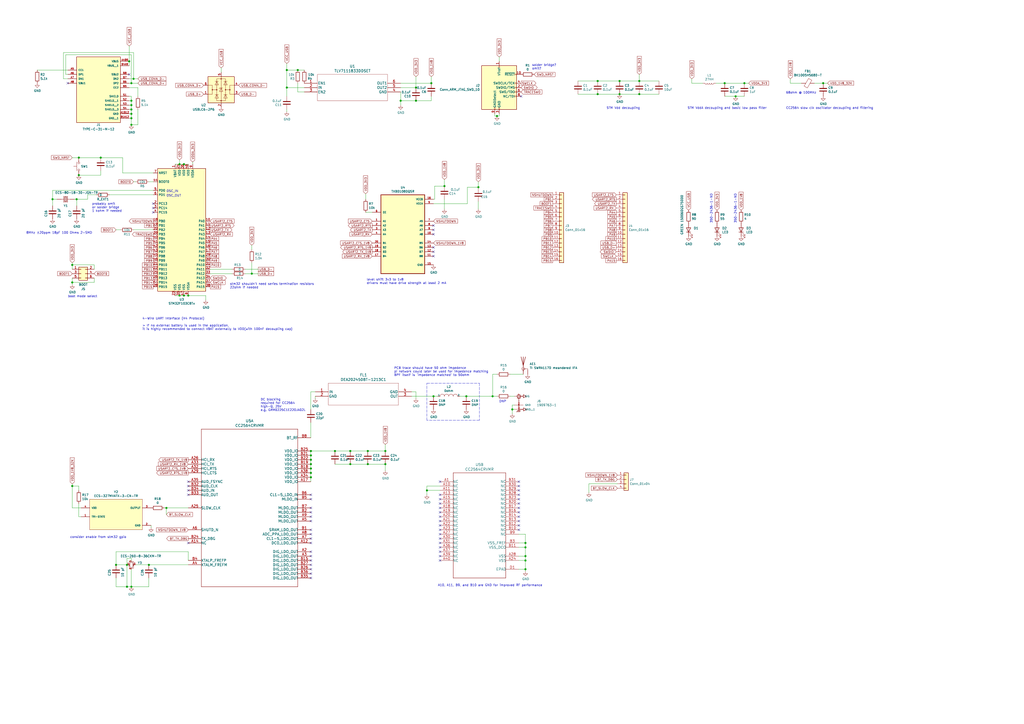
<source format=kicad_sch>
(kicad_sch (version 20201015) (generator eeschema)
  (paper "A2")
  (junction (at 30.48 115.57) (diameter 1.016))
  (junction (at 41.91 153.67) (diameter 1.016))
  (junction (at 41.91 163.83) (diameter 1.016))
  (junction (at 41.91 281.94) (diameter 1.016))
  (junction (at 44.45 115.57) (diameter 1.016))
  (junction (at 45.72 91.44) (diameter 1.016))
  (junction (at 45.72 101.6) (diameter 1.016))
  (junction (at 58.42 91.44) (diameter 1.016))
  (junction (at 67.31 327.66) (diameter 1.016))
  (junction (at 73.66 327.66) (diameter 1.016))
  (junction (at 73.66 340.36) (diameter 1.016))
  (junction (at 74.93 35.56) (diameter 1.016))
  (junction (at 76.2 48.26) (diameter 1.016))
  (junction (at 76.2 58.42) (diameter 1.016))
  (junction (at 76.2 60.96) (diameter 1.016))
  (junction (at 76.2 63.5) (diameter 1.016))
  (junction (at 76.2 66.04) (diameter 1.016))
  (junction (at 76.2 68.58) (diameter 1.016))
  (junction (at 76.2 72.39) (diameter 1.016))
  (junction (at 76.2 340.36) (diameter 1.016))
  (junction (at 77.47 45.72) (diameter 1.016))
  (junction (at 86.36 327.66) (diameter 1.016))
  (junction (at 96.52 294.64) (diameter 1.016))
  (junction (at 104.14 95.25) (diameter 1.016))
  (junction (at 104.14 171.45) (diameter 1.016))
  (junction (at 106.68 95.25) (diameter 1.016))
  (junction (at 106.68 171.45) (diameter 1.016))
  (junction (at 109.22 171.45) (diameter 1.016))
  (junction (at 146.05 158.75) (diameter 1.016))
  (junction (at 166.37 40.64) (diameter 1.016))
  (junction (at 166.37 50.8) (diameter 1.016))
  (junction (at 172.72 40.64) (diameter 1.016))
  (junction (at 180.34 261.62) (diameter 1.016))
  (junction (at 180.34 264.16) (diameter 1.016))
  (junction (at 180.34 266.7) (diameter 1.016))
  (junction (at 180.34 269.24) (diameter 1.016))
  (junction (at 180.34 271.78) (diameter 1.016))
  (junction (at 180.34 274.32) (diameter 1.016))
  (junction (at 180.34 276.86) (diameter 1.016))
  (junction (at 194.31 261.62) (diameter 1.016))
  (junction (at 203.2 261.62) (diameter 1.016))
  (junction (at 203.2 269.24) (diameter 1.016))
  (junction (at 213.36 261.62) (diameter 1.016))
  (junction (at 213.36 269.24) (diameter 1.016))
  (junction (at 223.52 261.62) (diameter 1.016))
  (junction (at 223.52 269.24) (diameter 1.016))
  (junction (at 232.41 58.42) (diameter 1.016))
  (junction (at 241.3 50.8) (diameter 1.016))
  (junction (at 241.3 58.42) (diameter 1.016))
  (junction (at 247.65 284.48) (diameter 1.016))
  (junction (at 250.19 48.26) (diameter 1.016))
  (junction (at 251.46 229.87) (diameter 1.016))
  (junction (at 257.81 107.95) (diameter 1.016))
  (junction (at 270.51 229.87) (diameter 1.016))
  (junction (at 277.495 108.585) (diameter 1.016))
  (junction (at 285.75 229.87) (diameter 1.016))
  (junction (at 288.29 67.31) (diameter 1.016))
  (junction (at 297.18 237.49) (diameter 1.016))
  (junction (at 304.8 314.96) (diameter 1.016))
  (junction (at 304.8 317.5) (diameter 1.016))
  (junction (at 304.8 322.58) (diameter 1.016))
  (junction (at 304.8 325.12) (diameter 1.016))
  (junction (at 304.8 330.2) (diameter 1.016))
  (junction (at 346.71 46.99) (diameter 1.016))
  (junction (at 346.71 54.61) (diameter 1.016))
  (junction (at 359.41 46.99) (diameter 1.016))
  (junction (at 359.41 54.61) (diameter 1.016))
  (junction (at 370.84 46.99) (diameter 1.016))
  (junction (at 370.84 54.61) (diameter 1.016))
  (junction (at 420.37 48.26) (diameter 1.016))
  (junction (at 426.72 55.88) (diameter 1.016))
  (junction (at 431.8 48.26) (diameter 1.016))
  (junction (at 477.52 48.26) (diameter 1.016))
  (no_connect (at 180.34 330.2))
  (no_connect (at 255.27 304.8))
  (no_connect (at 302.26 55.88))
  (no_connect (at 255.27 279.4))
  (no_connect (at 109.22 281.94))
  (no_connect (at 255.27 317.5))
  (no_connect (at 255.27 312.42))
  (no_connect (at 300.99 292.1))
  (no_connect (at 180.34 314.96))
  (no_connect (at 251.46 148.59))
  (no_connect (at 255.27 297.18))
  (no_connect (at 180.34 327.66))
  (no_connect (at 180.34 312.42))
  (no_connect (at 109.22 279.4))
  (no_connect (at 109.22 314.96))
  (no_connect (at 88.9 123.19))
  (no_connect (at 300.99 302.26))
  (no_connect (at 180.34 320.04))
  (no_connect (at 180.34 302.26))
  (no_connect (at 180.34 289.56))
  (no_connect (at 180.34 322.58))
  (no_connect (at 255.27 307.34))
  (no_connect (at 180.34 309.88))
  (no_connect (at 300.99 281.94))
  (no_connect (at 300.99 299.72))
  (no_connect (at 109.22 287.02))
  (no_connect (at 251.46 143.51))
  (no_connect (at 251.46 133.35))
  (no_connect (at 255.27 322.58))
  (no_connect (at 255.27 292.1))
  (no_connect (at 255.27 294.64))
  (no_connect (at 180.34 297.18))
  (no_connect (at 251.46 135.89))
  (no_connect (at 39.37 48.26))
  (no_connect (at 255.27 287.02))
  (no_connect (at 88.9 118.11))
  (no_connect (at 180.34 325.12))
  (no_connect (at 180.34 332.74))
  (no_connect (at 88.9 120.65))
  (no_connect (at 255.27 299.72))
  (no_connect (at 255.27 325.12))
  (no_connect (at 180.34 307.34))
  (no_connect (at 300.99 287.02))
  (no_connect (at 180.34 294.64))
  (no_connect (at 300.99 279.4))
  (no_connect (at 255.27 314.96))
  (no_connect (at 180.34 299.72))
  (no_connect (at 74.93 43.18))
  (no_connect (at 251.46 130.81))
  (no_connect (at 300.99 294.64))
  (no_connect (at 300.99 284.48))
  (no_connect (at 255.27 309.88))
  (no_connect (at 300.99 297.18))
  (no_connect (at 255.27 289.56))
  (no_connect (at 300.99 289.56))
  (no_connect (at 180.34 287.02))
  (no_connect (at 251.46 146.05))
  (no_connect (at 300.99 304.8))
  (no_connect (at 109.22 284.48))
  (no_connect (at 255.27 302.26))
  (no_connect (at 180.34 335.28))
  (no_connect (at 300.99 307.34))
  (no_connect (at 255.27 320.04))
  (wire (pts (xy 21.59 40.64) (xy 39.37 40.64)))
  (wire (pts (xy 30.48 110.49) (xy 88.9 110.49)))
  (wire (pts (xy 30.48 115.57) (xy 30.48 110.49)))
  (wire (pts (xy 30.48 115.57) (xy 33.02 115.57)))
  (wire (pts (xy 30.48 119.38) (xy 30.48 115.57)))
  (wire (pts (xy 36.83 30.48) (xy 77.47 30.48)))
  (wire (pts (xy 36.83 45.72) (xy 36.83 30.48)))
  (wire (pts (xy 38.1 31.75) (xy 76.2 31.75)))
  (wire (pts (xy 38.1 43.18) (xy 38.1 31.75)))
  (wire (pts (xy 39.37 43.18) (xy 38.1 43.18)))
  (wire (pts (xy 39.37 45.72) (xy 36.83 45.72)))
  (wire (pts (xy 41.91 91.44) (xy 45.72 91.44)))
  (wire (pts (xy 41.91 153.67) (xy 41.91 152.4)))
  (wire (pts (xy 41.91 153.67) (xy 54.61 153.67)))
  (wire (pts (xy 41.91 156.21) (xy 41.91 153.67)))
  (wire (pts (xy 41.91 161.29) (xy 41.91 163.83)))
  (wire (pts (xy 41.91 163.83) (xy 54.61 163.83)))
  (wire (pts (xy 41.91 165.1) (xy 41.91 163.83)))
  (wire (pts (xy 41.91 280.67) (xy 41.91 281.94)))
  (wire (pts (xy 41.91 281.94) (xy 41.91 294.64)))
  (wire (pts (xy 41.91 294.64) (xy 46.99 294.64)))
  (wire (pts (xy 43.18 115.57) (xy 44.45 115.57)))
  (wire (pts (xy 44.45 115.57) (xy 50.8 115.57)))
  (wire (pts (xy 44.45 119.38) (xy 44.45 115.57)))
  (wire (pts (xy 45.72 91.44) (xy 58.42 91.44)))
  (wire (pts (xy 45.72 101.6) (xy 58.42 101.6)))
  (wire (pts (xy 45.72 281.94) (xy 41.91 281.94)))
  (wire (pts (xy 45.72 284.48) (xy 45.72 281.94)))
  (wire (pts (xy 45.72 299.72) (xy 45.72 292.1)))
  (wire (pts (xy 46.99 299.72) (xy 45.72 299.72)))
  (wire (pts (xy 50.8 113.03) (xy 50.8 115.57)))
  (wire (pts (xy 50.8 113.03) (xy 55.88 113.03)))
  (wire (pts (xy 54.61 153.67) (xy 54.61 156.21)))
  (wire (pts (xy 54.61 163.83) (xy 54.61 161.29)))
  (wire (pts (xy 58.42 91.44) (xy 71.12 91.44)))
  (wire (pts (xy 58.42 101.6) (xy 58.42 99.06)))
  (wire (pts (xy 63.5 113.03) (xy 88.9 113.03)))
  (wire (pts (xy 67.31 133.35) (xy 69.85 133.35)))
  (wire (pts (xy 67.31 320.04) (xy 109.22 320.04)))
  (wire (pts (xy 67.31 327.66) (xy 67.31 320.04)))
  (wire (pts (xy 67.31 340.36) (xy 67.31 335.28)))
  (wire (pts (xy 71.12 91.44) (xy 71.12 100.33)))
  (wire (pts (xy 71.12 100.33) (xy 88.9 100.33)))
  (wire (pts (xy 73.66 323.85) (xy 73.66 327.66)))
  (wire (pts (xy 73.66 327.66) (xy 67.31 327.66)))
  (wire (pts (xy 73.66 327.66) (xy 73.66 340.36)))
  (wire (pts (xy 73.66 340.36) (xy 67.31 340.36)))
  (wire (pts (xy 73.66 340.36) (xy 76.2 340.36)))
  (wire (pts (xy 74.93 26.67) (xy 74.93 35.56)))
  (wire (pts (xy 74.93 38.1) (xy 74.93 35.56)))
  (wire (pts (xy 74.93 55.88) (xy 76.2 55.88)))
  (wire (pts (xy 74.93 58.42) (xy 76.2 58.42)))
  (wire (pts (xy 74.93 60.96) (xy 76.2 60.96)))
  (wire (pts (xy 74.93 63.5) (xy 76.2 63.5)))
  (wire (pts (xy 74.93 66.04) (xy 76.2 66.04)))
  (wire (pts (xy 74.93 68.58) (xy 76.2 68.58)))
  (wire (pts (xy 76.2 31.75) (xy 76.2 48.26)))
  (wire (pts (xy 76.2 48.26) (xy 74.93 48.26)))
  (wire (pts (xy 76.2 48.26) (xy 80.01 48.26)))
  (wire (pts (xy 76.2 55.88) (xy 76.2 58.42)))
  (wire (pts (xy 76.2 58.42) (xy 76.2 60.96)))
  (wire (pts (xy 76.2 60.96) (xy 76.2 63.5)))
  (wire (pts (xy 76.2 63.5) (xy 76.2 66.04)))
  (wire (pts (xy 76.2 66.04) (xy 76.2 68.58)))
  (wire (pts (xy 76.2 68.58) (xy 76.2 72.39)))
  (wire (pts (xy 76.2 323.85) (xy 73.66 323.85)))
  (wire (pts (xy 76.2 325.12) (xy 76.2 323.85)))
  (wire (pts (xy 76.2 330.2) (xy 76.2 340.36)))
  (wire (pts (xy 76.2 340.36) (xy 86.36 340.36)))
  (wire (pts (xy 77.47 30.48) (xy 77.47 45.72)))
  (wire (pts (xy 77.47 45.72) (xy 74.93 45.72)))
  (wire (pts (xy 77.47 45.72) (xy 80.01 45.72)))
  (wire (pts (xy 77.47 105.41) (xy 78.74 105.41)))
  (wire (pts (xy 77.47 133.35) (xy 88.9 133.35)))
  (wire (pts (xy 78.74 327.66) (xy 86.36 327.66)))
  (wire (pts (xy 80.01 50.8) (xy 74.93 50.8)))
  (wire (pts (xy 80.01 50.8) (xy 80.01 55.88)))
  (wire (pts (xy 80.01 63.5) (xy 80.01 72.39)))
  (wire (pts (xy 80.01 72.39) (xy 76.2 72.39)))
  (wire (pts (xy 86.36 105.41) (xy 88.9 105.41)))
  (wire (pts (xy 86.36 327.66) (xy 109.22 327.66)))
  (wire (pts (xy 86.36 340.36) (xy 86.36 335.28)))
  (wire (pts (xy 87.63 304.8) (xy 87.63 306.07)))
  (wire (pts (xy 95.25 294.64) (xy 96.52 294.64)))
  (wire (pts (xy 96.52 294.64) (xy 109.22 294.64)))
  (wire (pts (xy 96.52 298.45) (xy 96.52 294.64)))
  (wire (pts (xy 101.6 95.25) (xy 104.14 95.25)))
  (wire (pts (xy 101.6 171.45) (xy 104.14 171.45)))
  (wire (pts (xy 104.14 92.71) (xy 104.14 95.25)))
  (wire (pts (xy 104.14 95.25) (xy 106.68 95.25)))
  (wire (pts (xy 104.14 171.45) (xy 106.68 171.45)))
  (wire (pts (xy 106.68 95.25) (xy 109.22 95.25)))
  (wire (pts (xy 106.68 171.45) (xy 109.22 171.45)))
  (wire (pts (xy 109.22 171.45) (xy 119.38 171.45)))
  (wire (pts (xy 109.22 320.04) (xy 109.22 325.12)))
  (wire (pts (xy 111.76 93.98) (xy 111.76 95.25)))
  (wire (pts (xy 119.38 171.45) (xy 119.38 173.99)))
  (wire (pts (xy 121.92 158.75) (xy 134.62 158.75)))
  (wire (pts (xy 128.27 39.37) (xy 128.27 41.91)))
  (wire (pts (xy 134.62 156.21) (xy 121.92 156.21)))
  (wire (pts (xy 142.24 156.21) (xy 149.86 156.21)))
  (wire (pts (xy 142.24 158.75) (xy 146.05 158.75)))
  (wire (pts (xy 146.05 142.24) (xy 146.05 144.78)))
  (wire (pts (xy 146.05 158.75) (xy 146.05 152.4)))
  (wire (pts (xy 149.86 158.75) (xy 146.05 158.75)))
  (wire (pts (xy 166.37 36.83) (xy 166.37 40.64)))
  (wire (pts (xy 166.37 40.64) (xy 166.37 50.8)))
  (wire (pts (xy 166.37 40.64) (xy 172.72 40.64)))
  (wire (pts (xy 166.37 50.8) (xy 176.53 50.8)))
  (wire (pts (xy 166.37 55.88) (xy 166.37 50.8)))
  (wire (pts (xy 166.37 64.77) (xy 166.37 63.5)))
  (wire (pts (xy 172.72 40.64) (xy 176.53 40.64)))
  (wire (pts (xy 172.72 53.34) (xy 172.72 48.26)))
  (wire (pts (xy 176.53 53.34) (xy 172.72 53.34)))
  (wire (pts (xy 180.34 237.49) (xy 180.34 227.33)))
  (wire (pts (xy 180.34 254) (xy 180.34 245.11)))
  (wire (pts (xy 180.34 261.62) (xy 180.34 264.16)))
  (wire (pts (xy 180.34 261.62) (xy 194.31 261.62)))
  (wire (pts (xy 180.34 264.16) (xy 180.34 266.7)))
  (wire (pts (xy 180.34 266.7) (xy 180.34 269.24)))
  (wire (pts (xy 180.34 269.24) (xy 180.34 271.78)))
  (wire (pts (xy 180.34 271.78) (xy 180.34 274.32)))
  (wire (pts (xy 180.34 274.32) (xy 180.34 276.86)))
  (wire (pts (xy 180.34 276.86) (xy 180.34 279.4)))
  (wire (pts (xy 182.88 227.33) (xy 180.34 227.33)))
  (wire (pts (xy 182.88 231.14) (xy 182.88 229.87)))
  (wire (pts (xy 194.31 269.24) (xy 203.2 269.24)))
  (wire (pts (xy 203.2 261.62) (xy 194.31 261.62)))
  (wire (pts (xy 203.2 269.24) (xy 213.36 269.24)))
  (wire (pts (xy 212.09 112.395) (xy 212.09 115.57)))
  (wire (pts (xy 212.09 123.19) (xy 215.9 123.19)))
  (wire (pts (xy 213.36 261.62) (xy 203.2 261.62)))
  (wire (pts (xy 213.36 269.24) (xy 223.52 269.24)))
  (wire (pts (xy 223.52 257.81) (xy 223.52 261.62)))
  (wire (pts (xy 223.52 261.62) (xy 213.36 261.62)))
  (wire (pts (xy 223.52 269.24) (xy 223.52 273.05)))
  (wire (pts (xy 232.41 48.26) (xy 250.19 48.26)))
  (wire (pts (xy 232.41 50.8) (xy 241.3 50.8)))
  (wire (pts (xy 232.41 53.34) (xy 232.41 58.42)))
  (wire (pts (xy 232.41 58.42) (xy 241.3 58.42)))
  (wire (pts (xy 232.41 60.96) (xy 232.41 58.42)))
  (wire (pts (xy 238.76 227.33) (xy 241.3 227.33)))
  (wire (pts (xy 238.76 229.87) (xy 251.46 229.87)))
  (wire (pts (xy 241.3 44.45) (xy 241.3 50.8)))
  (wire (pts (xy 241.3 58.42) (xy 250.19 58.42)))
  (wire (pts (xy 241.3 227.33) (xy 241.3 231.14)))
  (wire (pts (xy 247.65 281.94) (xy 247.65 284.48)))
  (wire (pts (xy 247.65 284.48) (xy 247.65 287.02)))
  (wire (pts (xy 250.19 44.45) (xy 250.19 48.26)))
  (wire (pts (xy 250.19 55.88) (xy 250.19 58.42)))
  (wire (pts (xy 251.46 115.57) (xy 252.095 115.57)))
  (wire (pts (xy 251.46 118.11) (xy 271.145 118.11)))
  (wire (pts (xy 251.46 229.87) (xy 254 229.87)))
  (wire (pts (xy 252.095 107.95) (xy 257.81 107.95)))
  (wire (pts (xy 252.095 115.57) (xy 252.095 107.95)))
  (wire (pts (xy 255.27 281.94) (xy 247.65 281.94)))
  (wire (pts (xy 255.27 284.48) (xy 247.65 284.48)))
  (wire (pts (xy 257.81 104.14) (xy 257.81 107.95)))
  (wire (pts (xy 257.81 115.57) (xy 257.81 121.285)))
  (wire (pts (xy 266.7 229.87) (xy 270.51 229.87)))
  (wire (pts (xy 270.51 229.87) (xy 285.75 229.87)))
  (wire (pts (xy 271.145 108.585) (xy 277.495 108.585)))
  (wire (pts (xy 271.145 118.11) (xy 271.145 108.585)))
  (wire (pts (xy 277.495 105.41) (xy 277.495 108.585)))
  (wire (pts (xy 277.495 108.585) (xy 277.495 109.22)))
  (wire (pts (xy 277.495 121.285) (xy 277.495 116.84)))
  (wire (pts (xy 285.75 217.17) (xy 288.29 217.17)))
  (wire (pts (xy 285.75 229.87) (xy 285.75 217.17)))
  (wire (pts (xy 285.75 229.87) (xy 288.29 229.87)))
  (wire (pts (xy 287.02 66.04) (xy 287.02 67.31)))
  (wire (pts (xy 287.02 67.31) (xy 288.29 67.31)))
  (wire (pts (xy 288.29 67.31) (xy 289.56 67.31)))
  (wire (pts (xy 289.56 33.02) (xy 289.56 35.56)))
  (wire (pts (xy 289.56 67.31) (xy 289.56 66.04)))
  (wire (pts (xy 295.91 217.17) (xy 303.53 217.17)))
  (wire (pts (xy 295.91 229.87) (xy 298.45 229.87)))
  (wire (pts (xy 297.18 234.95) (xy 297.18 237.49)))
  (wire (pts (xy 297.18 237.49) (xy 297.18 240.03)))
  (wire (pts (xy 298.45 234.95) (xy 297.18 234.95)))
  (wire (pts (xy 298.45 237.49) (xy 297.18 237.49)))
  (wire (pts (xy 300.99 309.88) (xy 304.8 309.88)))
  (wire (pts (xy 300.99 314.96) (xy 304.8 314.96)))
  (wire (pts (xy 300.99 322.58) (xy 304.8 322.58)))
  (wire (pts (xy 300.99 325.12) (xy 304.8 325.12)))
  (wire (pts (xy 304.8 309.88) (xy 304.8 314.96)))
  (wire (pts (xy 304.8 314.96) (xy 304.8 317.5)))
  (wire (pts (xy 304.8 317.5) (xy 300.99 317.5)))
  (wire (pts (xy 304.8 322.58) (xy 304.8 317.5)))
  (wire (pts (xy 304.8 325.12) (xy 304.8 322.58)))
  (wire (pts (xy 304.8 330.2) (xy 300.99 330.2)))
  (wire (pts (xy 304.8 330.2) (xy 304.8 325.12)))
  (wire (pts (xy 304.8 331.47) (xy 304.8 330.2)))
  (wire (pts (xy 335.28 46.99) (xy 346.71 46.99)))
  (wire (pts (xy 341.63 280.67) (xy 358.14 280.67)))
  (wire (pts (xy 341.63 285.75) (xy 341.63 280.67)))
  (wire (pts (xy 346.71 46.99) (xy 359.41 46.99)))
  (wire (pts (xy 346.71 54.61) (xy 335.28 54.61)))
  (wire (pts (xy 359.41 46.99) (xy 370.84 46.99)))
  (wire (pts (xy 359.41 54.61) (xy 346.71 54.61)))
  (wire (pts (xy 359.41 54.61) (xy 370.84 54.61)))
  (wire (pts (xy 370.84 43.18) (xy 370.84 46.99)))
  (wire (pts (xy 370.84 46.99) (xy 382.27 46.99)))
  (wire (pts (xy 382.27 54.61) (xy 370.84 54.61)))
  (wire (pts (xy 401.32 45.72) (xy 401.32 48.26)))
  (wire (pts (xy 401.32 48.26) (xy 407.67 48.26)))
  (wire (pts (xy 415.29 48.26) (xy 420.37 48.26)))
  (wire (pts (xy 420.37 48.26) (xy 431.8 48.26)))
  (wire (pts (xy 420.37 55.88) (xy 426.72 55.88)))
  (wire (pts (xy 426.72 55.88) (xy 431.8 55.88)))
  (wire (pts (xy 434.34 48.26) (xy 431.8 48.26)))
  (wire (pts (xy 458.47 45.72) (xy 458.47 48.26)))
  (wire (pts (xy 458.47 48.26) (xy 464.82 48.26)))
  (wire (pts (xy 472.44 48.26) (xy 477.52 48.26)))
  (wire (pts (xy 477.52 48.26) (xy 480.06 48.26)))
  (polyline (pts (xy 247.65 222.25) (xy 278.13 222.25)) (stroke (width 0) (type dash)))
  (polyline (pts (xy 247.65 243.84) (xy 247.65 222.25)) (stroke (width 0) (type dash)))
  (polyline (pts (xy 278.13 222.25) (xy 278.13 243.84)) (stroke (width 0) (type dash)))
  (polyline (pts (xy 278.13 243.84) (xy 247.65 243.84)) (stroke (width 0) (type dash)))
  (text "8MHz ±20ppm 18pF 100 Ohms 2-SMD\n" (at 15.24 135.89 0) (effects (font (size 1.27 1.27)) (justify left bottom)))
  (text "boot mode select" (at 39.37 172.72 0) (effects (font (size 1.27 1.27)) (justify left bottom)))
  (text "consider enable from stm32 gpio" (at 40.64 312.42 0) (effects (font (size 1.27 1.27)) (justify left bottom)))
  (text "probably omit\nor solder bridge\n1 kohm if needed" (at 53.34 123.19 0) (effects (font (size 1.27 1.27)) (justify left bottom)))
  (text "4-Wire UART Interface (H4 Protocol)\n\n> If no external battery is used in the application,\nit is highly recommended to connect VBAT externally to VDD(with 100nF decoupling cap)" (at 82.55 191.77 0) (effects (font (size 1.27 1.27)) (justify left bottom)))
  (text "OSC_IN" (at 96.52 111.76 0) (effects (font (size 1.27 1.27)) (justify left bottom)))
  (text "OSC_OUT" (at 96.52 114.3 0) (effects (font (size 1.27 1.27)) (justify left bottom)))
  (text "stm32 shouldn’t need series termination resistors\n22ohm if needed" (at 133.35 167.64 0) (effects (font (size 1.27 1.27)) (justify left bottom)))
  (text "DC blocking\nrequired for CC2564\nhigh-Q, 25V\ne.g. GRM0225C1E220JA02L" (at 151.13 238.76 0) (effects (font (size 1.27 1.27)) (justify left bottom)))
  (text "level shift 3v3 to 1v8\ndrivers must have drive strength at least 2 mA" (at 212.725 165.1 0) (effects (font (size 1.27 1.27)) (justify left bottom)))
  (text "PCB trace should have 50 ohm impedence\npi network could later be used for impedence matching\nBPF itself is ‘impedence matched’ to 50ohm" (at 228.6 218.44 0) (effects (font (size 1.27 1.27)) (justify left bottom)))
  (text "A10, A11, B9, and B10 are GND for improved RF performance" (at 254 340.36 0) (effects (font (size 1.27 1.27)) (justify left bottom)))
  (text "DNP" (at 289.56 233.68 0) (effects (font (size 1.27 1.27)) (justify left bottom)))
  (text "solder bridge?\nomit?\n" (at 308.61 40.64 0) (effects (font (size 1.27 1.27)) (justify left bottom)))
  (text "STM Vdd decoupling" (at 351.79 63.5 0) (effects (font (size 1.27 1.27)) (justify left bottom)))
  (text "STM VddA decoupling and basic low pass filter" (at 398.78 63.5 0) (effects (font (size 1.27 1.27)) (justify left bottom)))
  (text "350-2436-1-ND‎" (at 413.385 129.54 90) (effects (font (size 1.27 1.27)) (justify left bottom)))
  (text "350-2436-1-ND‎" (at 427.355 129.54 90) (effects (font (size 1.27 1.27)) (justify left bottom)))
  (text "68ohm @ 100MHz" (at 455.93 54.61 0) (effects (font (size 1.27 1.27)) (justify left bottom)))
  (text "CC2564 slow clk oscillator decoupling and filtering" (at 455.93 63.5 0) (effects (font (size 1.27 1.27)) (justify left bottom)))
  (global_label "SWD_NRST" (shape input) (at 41.91 91.44 180) (property "Intersheet References" "${INTERSHEET_REFS}" (effects hide)))
  (global_label "VDD_3V3" (shape input) (at 41.91 152.4 90) (property "Intersheet References" "${INTERSHEET_REFS}" (effects hide)))
  (global_label "BOOT1" (shape input) (at 41.91 158.75 180) (property "Intersheet References" "${INTERSHEET_REFS}" (effects hide)))
  (global_label "VDD_1V8_32K" (shape input) (at 41.91 280.67 90) (property "Intersheet References" "${INTERSHEET_REFS}" (effects hide)))
  (global_label "BOOT0" (shape input) (at 54.61 158.75 0) (property "Intersheet References" "${INTERSHEET_REFS}" (effects hide)))
  (global_label "BOOT1" (shape input) (at 67.31 133.35 180) (property "Intersheet References" "${INTERSHEET_REFS}" (effects hide)))
  (global_label "VCC_USB" (shape input) (at 74.93 26.67 90) (property "Intersheet References" "${INTERSHEET_REFS}" (effects hide)))
  (global_label "BOOT0" (shape input) (at 77.47 105.41 180) (property "Intersheet References" "${INTERSHEET_REFS}" (effects hide)))
  (global_label "USB_CONN_D-" (shape input) (at 80.01 45.72 0) (property "Intersheet References" "${INTERSHEET_REFS}" (effects hide)))
  (global_label "USB_CONN_D+" (shape input) (at 80.01 48.26 0) (property "Intersheet References" "${INTERSHEET_REFS}" (effects hide)))
  (global_label "NSHUTDOWN" (shape output) (at 88.9 128.27 180) (property "Intersheet References" "${INTERSHEET_REFS}" (effects hide)))
  (global_label "PB1" (shape passive) (at 88.9 130.81 180) (property "Intersheet References" "${INTERSHEET_REFS}" (effects hide)))
  (global_label "TRACESWO" (shape output) (at 88.9 135.89 180) (property "Intersheet References" "${INTERSHEET_REFS}" (effects hide)))
  (global_label "PB4" (shape passive) (at 88.9 138.43 180) (property "Intersheet References" "${INTERSHEET_REFS}" (effects hide)))
  (global_label "PB5" (shape passive) (at 88.9 140.97 180) (property "Intersheet References" "${INTERSHEET_REFS}" (effects hide)))
  (global_label "PB6" (shape passive) (at 88.9 143.51 180) (property "Intersheet References" "${INTERSHEET_REFS}" (effects hide)))
  (global_label "PB7" (shape passive) (at 88.9 146.05 180) (property "Intersheet References" "${INTERSHEET_REFS}" (effects hide)))
  (global_label "PB8" (shape passive) (at 88.9 148.59 180) (property "Intersheet References" "${INTERSHEET_REFS}" (effects hide)))
  (global_label "PB9" (shape passive) (at 88.9 151.13 180) (property "Intersheet References" "${INTERSHEET_REFS}" (effects hide)))
  (global_label "PB10" (shape passive) (at 88.9 153.67 180) (property "Intersheet References" "${INTERSHEET_REFS}" (effects hide)))
  (global_label "PB11" (shape passive) (at 88.9 156.21 180) (property "Intersheet References" "${INTERSHEET_REFS}" (effects hide)))
  (global_label "PB12" (shape passive) (at 88.9 158.75 180) (property "Intersheet References" "${INTERSHEET_REFS}" (effects hide)))
  (global_label "PB13" (shape passive) (at 88.9 161.29 180) (property "Intersheet References" "${INTERSHEET_REFS}" (effects hide)))
  (global_label "PB14" (shape passive) (at 88.9 163.83 180) (property "Intersheet References" "${INTERSHEET_REFS}" (effects hide)))
  (global_label "PB15" (shape passive) (at 88.9 166.37 180) (property "Intersheet References" "${INTERSHEET_REFS}" (effects hide)))
  (global_label "BT_SLOW_CLK" (shape input) (at 96.52 298.45 0) (property "Intersheet References" "${INTERSHEET_REFS}" (effects hide)))
  (global_label "VDD_3V3" (shape input) (at 104.14 92.71 90) (property "Intersheet References" "${INTERSHEET_REFS}" (effects hide)))
  (global_label "USART2_TX_1V8" (shape output) (at 109.22 266.7 180) (property "Intersheet References" "${INTERSHEET_REFS}" (effects hide)))
  (global_label "USART2_RX_1V8" (shape input) (at 109.22 269.24 180) (property "Intersheet References" "${INTERSHEET_REFS}" (effects hide)))
  (global_label "USART2_CTS_1V8" (shape input) (at 109.22 271.78 180) (property "Intersheet References" "${INTERSHEET_REFS}" (effects hide)))
  (global_label "USART2_RTS_1V8" (shape output) (at 109.22 274.32 180) (property "Intersheet References" "${INTERSHEET_REFS}" (effects hide)))
  (global_label "NSHUTDOWN_1V8" (shape input) (at 109.22 307.34 180) (property "Intersheet References" "${INTERSHEET_REFS}" (effects hide)))
  (global_label "BT_TX_DBG" (shape output) (at 109.22 312.42 180) (property "Intersheet References" "${INTERSHEET_REFS}" (effects hide)))
  (global_label "VDDA_3V3" (shape input) (at 111.76 93.98 90) (property "Intersheet References" "${INTERSHEET_REFS}" (effects hide)))
  (global_label "USB_CONN_D+" (shape input) (at 118.11 49.53 180) (property "Intersheet References" "${INTERSHEET_REFS}" (effects hide)))
  (global_label "USB_D+" (shape input) (at 118.11 54.61 180) (property "Intersheet References" "${INTERSHEET_REFS}" (effects hide)))
  (global_label "USART2_CTS" (shape input) (at 121.92 128.27 0) (property "Intersheet References" "${INTERSHEET_REFS}" (effects hide)))
  (global_label "USART2_RTS" (shape output) (at 121.92 130.81 0) (property "Intersheet References" "${INTERSHEET_REFS}" (effects hide)))
  (global_label "USART2_TX" (shape output) (at 121.92 133.35 0) (property "Intersheet References" "${INTERSHEET_REFS}" (effects hide)))
  (global_label "USART2_RX" (shape input) (at 121.92 135.89 0) (property "Intersheet References" "${INTERSHEET_REFS}" (effects hide)))
  (global_label "PA4" (shape passive) (at 121.92 138.43 0) (property "Intersheet References" "${INTERSHEET_REFS}" (effects hide)))
  (global_label "PA5" (shape passive) (at 121.92 140.97 0) (property "Intersheet References" "${INTERSHEET_REFS}" (effects hide)))
  (global_label "PA6" (shape passive) (at 121.92 143.51 0) (property "Intersheet References" "${INTERSHEET_REFS}" (effects hide)))
  (global_label "PA7" (shape passive) (at 121.92 146.05 0) (property "Intersheet References" "${INTERSHEET_REFS}" (effects hide)))
  (global_label "PA8" (shape passive) (at 121.92 148.59 0) (property "Intersheet References" "${INTERSHEET_REFS}" (effects hide)))
  (global_label "PA9" (shape passive) (at 121.92 151.13 0) (property "Intersheet References" "${INTERSHEET_REFS}" (effects hide)))
  (global_label "PA10" (shape passive) (at 121.92 153.67 0) (property "Intersheet References" "${INTERSHEET_REFS}" (effects hide)))
  (global_label "SWDIO" (shape bidirectional) (at 121.92 161.29 0) (property "Intersheet References" "${INTERSHEET_REFS}" (effects hide)))
  (global_label "SWCLK" (shape input) (at 121.92 163.83 0) (property "Intersheet References" "${INTERSHEET_REFS}" (effects hide)))
  (global_label "PA15" (shape passive) (at 121.92 166.37 0) (property "Intersheet References" "${INTERSHEET_REFS}" (effects hide)))
  (global_label "VCC_USB" (shape input) (at 128.27 39.37 90) (property "Intersheet References" "${INTERSHEET_REFS}" (effects hide)))
  (global_label "USB_CONN_D-" (shape input) (at 138.43 49.53 0) (property "Intersheet References" "${INTERSHEET_REFS}" (effects hide)))
  (global_label "USB_D-" (shape input) (at 138.43 54.61 0) (property "Intersheet References" "${INTERSHEET_REFS}" (effects hide)))
  (global_label "VDD_3V3" (shape input) (at 146.05 142.24 90) (property "Intersheet References" "${INTERSHEET_REFS}" (effects hide)))
  (global_label "USB_D-" (shape passive) (at 149.86 156.21 0) (property "Intersheet References" "${INTERSHEET_REFS}" (effects hide)))
  (global_label "USB_D+" (shape passive) (at 149.86 158.75 0) (property "Intersheet References" "${INTERSHEET_REFS}" (effects hide)))
  (global_label "VCC_USB" (shape input) (at 166.37 36.83 90) (property "Intersheet References" "${INTERSHEET_REFS}" (effects hide)))
  (global_label "VDD_3V3" (shape input) (at 212.09 112.395 90) (property "Intersheet References" "${INTERSHEET_REFS}" (effects hide)))
  (global_label "USART2_CTS" (shape input) (at 215.9 128.27 180) (property "Intersheet References" "${INTERSHEET_REFS}" (effects hide)))
  (global_label "USART2_RTS" (shape output) (at 215.9 130.81 180) (property "Intersheet References" "${INTERSHEET_REFS}" (effects hide)))
  (global_label "USART2_TX" (shape output) (at 215.9 133.35 180) (property "Intersheet References" "${INTERSHEET_REFS}" (effects hide)))
  (global_label "USART2_RX" (shape input) (at 215.9 135.89 180) (property "Intersheet References" "${INTERSHEET_REFS}" (effects hide)))
  (global_label "USART2_CTS_1V8" (shape input) (at 215.9 140.97 180) (property "Intersheet References" "${INTERSHEET_REFS}" (effects hide)))
  (global_label "USART2_RTS_1V8" (shape output) (at 215.9 143.51 180) (property "Intersheet References" "${INTERSHEET_REFS}" (effects hide)))
  (global_label "USART2_TX_1V8" (shape output) (at 215.9 146.05 180) (property "Intersheet References" "${INTERSHEET_REFS}" (effects hide)))
  (global_label "USART2_RX_1V8" (shape input) (at 215.9 148.59 180) (property "Intersheet References" "${INTERSHEET_REFS}" (effects hide)))
  (global_label "VDD_1V8" (shape input) (at 223.52 257.81 90) (property "Intersheet References" "${INTERSHEET_REFS}" (effects hide)))
  (global_label "VDD_3V3" (shape input) (at 241.3 44.45 90) (property "Intersheet References" "${INTERSHEET_REFS}" (effects hide)))
  (global_label "VDD_1V8" (shape input) (at 250.19 44.45 90) (property "Intersheet References" "${INTERSHEET_REFS}" (effects hide)))
  (global_label "NSHUTDOWN" (shape input) (at 251.46 128.27 0) (property "Intersheet References" "${INTERSHEET_REFS}" (effects hide)))
  (global_label "NSHUTDOWN_1V8" (shape input) (at 251.46 140.97 0) (property "Intersheet References" "${INTERSHEET_REFS}" (effects hide)))
  (global_label "VDD_1V8" (shape input) (at 257.81 104.14 90) (property "Intersheet References" "${INTERSHEET_REFS}" (effects hide)))
  (global_label "VDD_3V3" (shape input) (at 277.495 105.41 90) (property "Intersheet References" "${INTERSHEET_REFS}" (effects hide)))
  (global_label "VDD_3V3" (shape input) (at 289.56 33.02 90) (property "Intersheet References" "${INTERSHEET_REFS}" (effects hide)))
  (global_label "SWCLK" (shape output) (at 302.26 48.26 0) (property "Intersheet References" "${INTERSHEET_REFS}" (effects hide)))
  (global_label "SWDIO" (shape bidirectional) (at 302.26 50.8 0) (property "Intersheet References" "${INTERSHEET_REFS}" (effects hide)))
  (global_label "TRACESWO" (shape input) (at 302.26 53.34 0) (property "Intersheet References" "${INTERSHEET_REFS}" (effects hide)))
  (global_label "SWD_NRST" (shape input) (at 309.88 43.18 0) (property "Intersheet References" "${INTERSHEET_REFS}" (effects hide)))
  (global_label "NSHUTDOWN" (shape passive) (at 320.675 113.03 180) (property "Intersheet References" "${INTERSHEET_REFS}" (effects hide)))
  (global_label "PB1" (shape passive) (at 320.675 115.57 180) (property "Intersheet References" "${INTERSHEET_REFS}" (effects hide)))
  (global_label "BOOT1" (shape passive) (at 320.675 118.11 180) (property "Intersheet References" "${INTERSHEET_REFS}" (effects hide)))
  (global_label "TRACESWO" (shape passive) (at 320.675 120.65 180) (property "Intersheet References" "${INTERSHEET_REFS}" (effects hide)))
  (global_label "PB4" (shape passive) (at 320.675 123.19 180) (property "Intersheet References" "${INTERSHEET_REFS}" (effects hide)))
  (global_label "PB5" (shape passive) (at 320.675 125.73 180) (property "Intersheet References" "${INTERSHEET_REFS}" (effects hide)))
  (global_label "PB6" (shape passive) (at 320.675 128.27 180) (property "Intersheet References" "${INTERSHEET_REFS}" (effects hide)))
  (global_label "PB7" (shape passive) (at 320.675 130.81 180) (property "Intersheet References" "${INTERSHEET_REFS}" (effects hide)))
  (global_label "PB8" (shape passive) (at 320.675 133.35 180) (property "Intersheet References" "${INTERSHEET_REFS}" (effects hide)))
  (global_label "PB9" (shape passive) (at 320.675 135.89 180) (property "Intersheet References" "${INTERSHEET_REFS}" (effects hide)))
  (global_label "PB10" (shape passive) (at 320.675 138.43 180) (property "Intersheet References" "${INTERSHEET_REFS}" (effects hide)))
  (global_label "PB11" (shape passive) (at 320.675 140.97 180) (property "Intersheet References" "${INTERSHEET_REFS}" (effects hide)))
  (global_label "PB12" (shape passive) (at 320.675 143.51 180) (property "Intersheet References" "${INTERSHEET_REFS}" (effects hide)))
  (global_label "PB13" (shape passive) (at 320.675 146.05 180) (property "Intersheet References" "${INTERSHEET_REFS}" (effects hide)))
  (global_label "PB14" (shape passive) (at 320.675 148.59 180) (property "Intersheet References" "${INTERSHEET_REFS}" (effects hide)))
  (global_label "PB15" (shape passive) (at 320.675 151.13 180) (property "Intersheet References" "${INTERSHEET_REFS}" (effects hide)))
  (global_label "USART2_CTS" (shape input) (at 357.505 113.03 180) (property "Intersheet References" "${INTERSHEET_REFS}" (effects hide)))
  (global_label "USART2_RTS" (shape output) (at 357.505 115.57 180) (property "Intersheet References" "${INTERSHEET_REFS}" (effects hide)))
  (global_label "USART2_TX" (shape output) (at 357.505 118.11 180) (property "Intersheet References" "${INTERSHEET_REFS}" (effects hide)))
  (global_label "USART2_RX" (shape input) (at 357.505 120.65 180) (property "Intersheet References" "${INTERSHEET_REFS}" (effects hide)))
  (global_label "PA4" (shape passive) (at 357.505 123.19 180) (property "Intersheet References" "${INTERSHEET_REFS}" (effects hide)))
  (global_label "PA5" (shape passive) (at 357.505 125.73 180) (property "Intersheet References" "${INTERSHEET_REFS}" (effects hide)))
  (global_label "PA6" (shape passive) (at 357.505 128.27 180) (property "Intersheet References" "${INTERSHEET_REFS}" (effects hide)))
  (global_label "PA7" (shape passive) (at 357.505 130.81 180) (property "Intersheet References" "${INTERSHEET_REFS}" (effects hide)))
  (global_label "PA8" (shape passive) (at 357.505 133.35 180) (property "Intersheet References" "${INTERSHEET_REFS}" (effects hide)))
  (global_label "PA9" (shape passive) (at 357.505 135.89 180) (property "Intersheet References" "${INTERSHEET_REFS}" (effects hide)))
  (global_label "PA10" (shape passive) (at 357.505 138.43 180) (property "Intersheet References" "${INTERSHEET_REFS}" (effects hide)))
  (global_label "USB_D-" (shape passive) (at 357.505 140.97 180) (property "Intersheet References" "${INTERSHEET_REFS}" (effects hide)))
  (global_label "USB_D+" (shape passive) (at 357.505 143.51 180) (property "Intersheet References" "${INTERSHEET_REFS}" (effects hide)))
  (global_label "SWDIO" (shape bidirectional) (at 357.505 146.05 180) (property "Intersheet References" "${INTERSHEET_REFS}" (effects hide)))
  (global_label "SWCLK" (shape input) (at 357.505 148.59 180) (property "Intersheet References" "${INTERSHEET_REFS}" (effects hide)))
  (global_label "PA15" (shape passive) (at 357.505 151.13 180) (property "Intersheet References" "${INTERSHEET_REFS}" (effects hide)))
  (global_label "NSHUTDOWN_1V8" (shape input) (at 358.14 275.59 180) (property "Intersheet References" "${INTERSHEET_REFS}" (effects hide)))
  (global_label "BT_TX_DBG" (shape input) (at 358.14 278.13 180) (property "Intersheet References" "${INTERSHEET_REFS}" (effects hide)))
  (global_label "BT_SLOW_CLK" (shape input) (at 358.14 283.21 180) (property "Intersheet References" "${INTERSHEET_REFS}" (effects hide)))
  (global_label "VDD_3V3" (shape input) (at 370.84 43.18 90) (property "Intersheet References" "${INTERSHEET_REFS}" (effects hide)))
  (global_label "VCC_USB" (shape input) (at 399.415 121.92 90) (property "Intersheet References" "${INTERSHEET_REFS}" (effects hide)))
  (global_label "VDD_3V3" (shape input) (at 401.32 45.72 90) (property "Intersheet References" "${INTERSHEET_REFS}" (effects hide)))
  (global_label "VDD_3V3" (shape input) (at 415.925 121.92 90) (property "Intersheet References" "${INTERSHEET_REFS}" (effects hide)))
  (global_label "VDD_1V8" (shape input) (at 429.895 121.92 90) (property "Intersheet References" "${INTERSHEET_REFS}" (effects hide)))
  (global_label "VDDA_3V3" (shape input) (at 434.34 48.26 0) (property "Intersheet References" "${INTERSHEET_REFS}" (effects hide)))
  (global_label "VDD_1V8" (shape input) (at 458.47 45.72 90) (property "Intersheet References" "${INTERSHEET_REFS}" (effects hide)))
  (global_label "VDD_1V8_32K" (shape input) (at 480.06 48.26 0) (property "Intersheet References" "${INTERSHEET_REFS}" (effects hide)))
  (symbol (lib_id "cc2564-board-rescue:L-Device") (at 411.48 48.26 270) (unit 1)
    (property "Reference" "L1" (at 411.48 43.6626 90))
    (property "Value" "27nH" (at 411.48 45.974 90))
    (property "Footprint" "Inductor_SMD:L_0402_1005Metric_Pad0.77x0.64mm_HandSolder" (effects hide))
  )
  (symbol (lib_id "cc2564-board-rescue:GND-power") (at 21.59 48.26 0) (unit 1)
    (property "Reference" "#PWR01" (effects hide))
    (property "Value" "GND" (at 21.717 52.6542 0))
  )
  (symbol (lib_id "cc2564-board-rescue:GND-power") (at 30.48 127 0) (unit 1)
    (property "Reference" "#PWR013" (effects hide))
    (property "Value" "GND" (at 30.607 131.3942 0))
  )
  (symbol (lib_id "cc2564-board-rescue:GND-power") (at 41.91 165.1 0) (unit 1)
    (property "Reference" "#PWR019" (effects hide))
    (property "Value" "GND" (at 42.037 169.4942 0))
  )
  (symbol (lib_id "cc2564-board-rescue:GND-power") (at 44.45 127 0) (unit 1)
    (property "Reference" "#PWR014" (effects hide))
    (property "Value" "GND" (at 44.577 131.3942 0))
  )
  (symbol (lib_id "cc2564-board-rescue:GND-power") (at 45.72 101.6 0) (unit 1)
    (property "Reference" "#PWR010" (effects hide))
    (property "Value" "GND" (at 45.847 105.9942 0))
  )
  (symbol (lib_id "cc2564-board-rescue:GND-power") (at 76.2 72.39 0) (unit 1)
    (property "Reference" "#PWR09" (effects hide))
    (property "Value" "GND" (at 76.327 76.7842 0))
  )
  (symbol (lib_id "cc2564-board-rescue:GND-power") (at 76.2 340.36 0) (unit 1)
    (property "Reference" "#PWR032" (effects hide))
    (property "Value" "GND" (at 76.327 344.7542 0))
  )
  (symbol (lib_id "cc2564-board-rescue:GND-power") (at 87.63 306.07 0) (unit 1)
    (property "Reference" "#PWR030" (effects hide))
    (property "Value" "GND" (at 87.757 310.4642 0))
  )
  (symbol (lib_id "cc2564-board-rescue:GND-power") (at 119.38 173.99 0) (unit 1)
    (property "Reference" "#PWR020" (effects hide))
    (property "Value" "GND" (at 119.507 178.3842 0))
  )
  (symbol (lib_id "cc2564-board-rescue:GND-power") (at 128.27 62.23 0) (unit 1)
    (property "Reference" "#PWR06" (effects hide))
    (property "Value" "GND" (at 128.397 66.6242 0))
  )
  (symbol (lib_id "cc2564-board-rescue:GND-power") (at 166.37 64.77 0) (unit 1)
    (property "Reference" "#PWR07" (effects hide))
    (property "Value" "GND" (at 166.497 69.1642 0))
  )
  (symbol (lib_id "cc2564-board-rescue:GND-power") (at 182.88 231.14 0) (unit 1)
    (property "Reference" "#PWR022" (effects hide))
    (property "Value" "GND" (at 183.007 235.5342 0))
  )
  (symbol (lib_id "cc2564-board-rescue:GND-power") (at 223.52 273.05 0) (unit 1)
    (property "Reference" "#PWR027" (effects hide))
    (property "Value" "GND" (at 223.647 277.4442 0))
  )
  (symbol (lib_id "cc2564-board-rescue:GND-power") (at 232.41 60.96 0) (unit 1)
    (property "Reference" "#PWR05" (effects hide))
    (property "Value" "GND" (at 232.537 65.3542 0))
  )
  (symbol (lib_id "cc2564-board-rescue:GND-power") (at 241.3 231.14 0) (unit 1)
    (property "Reference" "#PWR023" (effects hide))
    (property "Value" "GND" (at 241.427 235.5342 0))
  )
  (symbol (lib_id "cc2564-board-rescue:GND-power") (at 247.65 287.02 0) (unit 1)
    (property "Reference" "#PWR029" (effects hide))
    (property "Value" "GND" (at 247.777 291.4142 0))
  )
  (symbol (lib_id "cc2564-board-rescue:GND-power") (at 251.46 153.67 0) (unit 1)
    (property "Reference" "#PWR018" (effects hide))
    (property "Value" "GND" (at 251.587 158.0642 0))
  )
  (symbol (lib_id "cc2564-board-rescue:GND-power") (at 251.46 237.49 0) (unit 1)
    (property "Reference" "#PWR024" (effects hide))
    (property "Value" "GND" (at 251.587 241.8842 0))
  )
  (symbol (lib_id "cc2564-board-rescue:GND-power") (at 257.81 121.285 0) (unit 1)
    (property "Reference" "#PWR011" (effects hide))
    (property "Value" "GND" (at 257.937 125.6792 0))
  )
  (symbol (lib_id "cc2564-board-rescue:GND-power") (at 270.51 237.49 0) (unit 1)
    (property "Reference" "#PWR025" (effects hide))
    (property "Value" "GND" (at 270.637 241.8842 0))
  )
  (symbol (lib_id "cc2564-board-rescue:GND-power") (at 277.495 121.285 0) (unit 1)
    (property "Reference" "#PWR012" (effects hide))
    (property "Value" "GND" (at 277.622 125.6792 0))
  )
  (symbol (lib_id "cc2564-board-rescue:GND-power") (at 288.29 67.31 0) (unit 1)
    (property "Reference" "#PWR08" (effects hide))
    (property "Value" "GND" (at 288.417 71.7042 0))
  )
  (symbol (lib_id "cc2564-board-rescue:GND-power") (at 297.18 240.03 0) (unit 1)
    (property "Reference" "#PWR026" (effects hide))
    (property "Value" "GND" (at 297.307 244.4242 0))
  )
  (symbol (lib_id "cc2564-board-rescue:GND-power") (at 304.8 331.47 0) (unit 1)
    (property "Reference" "#PWR031" (effects hide))
    (property "Value" "GND" (at 304.927 335.8642 0))
  )
  (symbol (lib_id "cc2564-board-rescue:GND-power") (at 306.07 217.17 0) (unit 1)
    (property "Reference" "#PWR021" (effects hide))
    (property "Value" "GND" (at 306.197 221.5642 0))
  )
  (symbol (lib_id "cc2564-board-rescue:GND-power") (at 341.63 285.75 0) (unit 1)
    (property "Reference" "#PWR028" (effects hide))
    (property "Value" "GND" (at 341.757 290.1442 0))
  )
  (symbol (lib_id "cc2564-board-rescue:GND-power") (at 359.41 54.61 0) (unit 1)
    (property "Reference" "#PWR02" (effects hide))
    (property "Value" "GND" (at 359.537 59.0042 0))
  )
  (symbol (lib_id "cc2564-board-rescue:GND-power") (at 399.415 137.16 0) (unit 1)
    (property "Reference" "#PWR015" (effects hide))
    (property "Value" "GND" (at 399.542 141.5542 0))
  )
  (symbol (lib_id "cc2564-board-rescue:GND-power") (at 415.925 137.16 0) (unit 1)
    (property "Reference" "#PWR016" (effects hide))
    (property "Value" "GND" (at 416.052 141.5542 0))
  )
  (symbol (lib_id "cc2564-board-rescue:GND-power") (at 426.72 55.88 0) (unit 1)
    (property "Reference" "#PWR03" (effects hide))
    (property "Value" "GND" (at 426.847 60.2742 0))
  )
  (symbol (lib_id "cc2564-board-rescue:GND-power") (at 429.895 137.16 0) (unit 1)
    (property "Reference" "#PWR017" (effects hide))
    (property "Value" "GND" (at 430.022 141.5542 0))
  )
  (symbol (lib_id "cc2564-board-rescue:GND-power") (at 477.52 55.88 0) (unit 1)
    (property "Reference" "#PWR04" (effects hide))
    (property "Value" "GND" (at 477.647 60.2742 0))
  )
  (symbol (lib_id "cc2564-board-rescue:R-Device") (at 21.59 44.45 0) (unit 1)
    (property "Reference" "R2" (at 23.368 43.2816 0) (effects (justify left)))
    (property "Value" "5.1k" (at 23.368 45.593 0) (effects (justify left)))
    (property "Footprint" "Resistor_SMD:R_0402_1005Metric_Pad0.72x0.64mm_HandSolder" (effects hide))
  )
  (symbol (lib_id "cc2564-board-rescue:R-Device") (at 45.72 288.29 0) (unit 1)
    (property "Reference" "R17" (at 47.498 287.1216 0) (effects (justify left)))
    (property "Value" "10k" (at 47.498 289.433 0) (effects (justify left)))
    (property "Footprint" "Resistor_SMD:R_0402_1005Metric_Pad0.72x0.64mm_HandSolder" (effects hide))
  )
  (symbol (lib_id "cc2564-board-rescue:R-Device") (at 59.69 113.03 270) (unit 1)
    (property "Reference" "R_EXT1" (at 59.69 115.57 90))
    (property "Value" "0" (at 58.42 113.03 90))
    (property "Footprint" "Resistor_SMD:R_0402_1005Metric_Pad0.72x0.64mm_HandSolder" (effects hide))
  )
  (symbol (lib_id "cc2564-board-rescue:R-Device") (at 73.66 133.35 270) (unit 1)
    (property "Reference" "R11" (at 73.66 135.89 90))
    (property "Value" "10k" (at 73.66 133.35 90))
    (property "Footprint" "Resistor_SMD:R_0402_1005Metric_Pad0.72x0.64mm_HandSolder" (effects hide))
  )
  (symbol (lib_id "cc2564-board-rescue:R-Device") (at 80.01 59.69 0) (unit 1)
    (property "Reference" "R5" (at 81.788 58.5216 0) (effects (justify left)))
    (property "Value" "5.1k" (at 81.788 60.833 0) (effects (justify left)))
    (property "Footprint" "Resistor_SMD:R_0402_1005Metric_Pad0.72x0.64mm_HandSolder" (effects hide))
  )
  (symbol (lib_id "cc2564-board-rescue:R-Device") (at 82.55 105.41 270) (unit 1)
    (property "Reference" "R6" (at 82.55 107.95 90))
    (property "Value" "10k" (at 82.55 105.41 90))
    (property "Footprint" "Resistor_SMD:R_0402_1005Metric_Pad0.72x0.64mm_HandSolder" (effects hide))
  )
  (symbol (lib_id "cc2564-board-rescue:R-Device") (at 91.44 294.64 270) (unit 1)
    (property "Reference" "R18" (at 91.44 289.3822 90))
    (property "Value" "0" (at 91.44 291.6936 90))
    (property "Footprint" "Resistor_SMD:R_0402_1005Metric_Pad0.72x0.64mm_HandSolder" (effects hide))
  )
  (symbol (lib_id "cc2564-board-rescue:R-Device") (at 138.43 156.21 90) (unit 1)
    (property "Reference" "R13" (at 139.7 153.67 90) (effects (justify left)))
    (property "Value" "0" (at 139.7 156.21 90) (effects (justify left)))
    (property "Footprint" "Resistor_SMD:R_0402_1005Metric_Pad0.72x0.64mm_HandSolder" (effects hide))
  )
  (symbol (lib_id "cc2564-board-rescue:R-Device") (at 138.43 158.75 270) (unit 1)
    (property "Reference" "R14" (at 137.16 161.29 90) (effects (justify left)))
    (property "Value" "0" (at 138.43 158.75 90) (effects (justify left)))
    (property "Footprint" "Resistor_SMD:R_0402_1005Metric_Pad0.72x0.64mm_HandSolder" (effects hide))
  )
  (symbol (lib_id "cc2564-board-rescue:R-Device") (at 146.05 148.59 0) (unit 1)
    (property "Reference" "R12" (at 147.828 147.4216 0) (effects (justify left)))
    (property "Value" "1.5k" (at 147.828 149.733 0) (effects (justify left)))
    (property "Footprint" "Resistor_SMD:R_0402_1005Metric_Pad0.72x0.64mm_HandSolder" (effects hide))
  )
  (symbol (lib_id "cc2564-board-rescue:R-Device") (at 172.72 44.45 180) (unit 1)
    (property "Reference" "R3" (at 170.942 45.6184 0) (effects (justify left)))
    (property "Value" "10k" (at 170.942 43.307 0) (effects (justify left)))
    (property "Footprint" "Resistor_SMD:R_0402_1005Metric_Pad0.72x0.64mm_HandSolder" (effects hide))
  )
  (symbol (lib_id "cc2564-board-rescue:R-Device") (at 176.53 44.45 180) (unit 1)
    (property "Reference" "R4" (at 181.102 45.6184 0) (effects (justify left)))
    (property "Value" "10k" (at 182.372 43.307 0) (effects (justify left)))
    (property "Footprint" "Resistor_SMD:R_0402_1005Metric_Pad0.72x0.64mm_HandSolder" (effects hide))
  )
  (symbol (lib_id "cc2564-board-rescue:R-Device") (at 212.09 119.38 0) (unit 1)
    (property "Reference" "R7" (at 213.868 118.2116 0) (effects (justify left)))
    (property "Value" "10k" (at 213.868 120.523 0) (effects (justify left)))
    (property "Footprint" "Resistor_SMD:R_0402_1005Metric_Pad0.72x0.64mm_HandSolder" (effects hide))
  )
  (symbol (lib_id "cc2564-board-rescue:R-Device") (at 292.1 217.17 270) (unit 1)
    (property "Reference" "R15" (at 292.1 211.9122 90))
    (property "Value" "0" (at 292.1 214.2236 90))
    (property "Footprint" "Resistor_SMD:R_0402_1005Metric_Pad0.72x0.64mm_HandSolder" (effects hide))
  )
  (symbol (lib_id "cc2564-board-rescue:R-Device") (at 292.1 229.87 270) (unit 1)
    (property "Reference" "R16" (at 292.1 224.6122 90))
    (property "Value" "0" (at 292.1 226.9236 90))
    (property "Footprint" "Resistor_SMD:R_0402_1005Metric_Pad0.72x0.64mm_HandSolder" (effects hide))
  )
  (symbol (lib_id "cc2564-board-rescue:R-Device") (at 306.07 43.18 270) (unit 1)
    (property "Reference" "R1" (at 306.07 37.9222 90))
    (property "Value" "0" (at 306.07 40.2336 90))
    (property "Footprint" "Resistor_SMD:R_0402_1005Metric_Pad0.72x0.64mm_HandSolder" (effects hide))
  )
  (symbol (lib_id "cc2564-board-rescue:R-Device") (at 399.415 125.73 0) (unit 1)
    (property "Reference" "R8" (at 401.193 124.5616 0) (effects (justify left)))
    (property "Value" "90" (at 401.193 126.873 0) (effects (justify left)))
    (property "Footprint" "Resistor_SMD:R_0402_1005Metric_Pad0.72x0.64mm_HandSolder" (effects hide))
  )
  (symbol (lib_id "cc2564-board-rescue:R-Device") (at 415.925 125.73 0) (unit 1)
    (property "Reference" "R9" (at 417.703 124.5616 0) (effects (justify left)))
    (property "Value" "55" (at 417.703 126.873 0) (effects (justify left)))
    (property "Footprint" "Resistor_SMD:R_0402_1005Metric_Pad0.72x0.64mm_HandSolder" (effects hide))
  )
  (symbol (lib_id "cc2564-board-rescue:R-Device") (at 429.895 125.73 0) (unit 1)
    (property "Reference" "R10" (at 431.673 124.5616 0) (effects (justify left)))
    (property "Value" "4" (at 431.673 126.873 0) (effects (justify left)))
    (property "Footprint" "Resistor_SMD:R_0402_1005Metric_Pad0.72x0.64mm_HandSolder" (effects hide))
  )
  (symbol (lib_id "cc2564-board-rescue:INDUCTOR-pspice") (at 260.35 229.87 0) (unit 1)
    (property "Reference" "L2" (at 260.35 224.409 0))
    (property "Value" "0ohm" (at 260.35 226.7204 0))
    (property "Footprint" "Inductor_SMD:L_0402_1005Metric_Pad0.77x0.64mm_HandSolder" (effects hide))
  )
  (symbol (lib_id "cc2564-board-rescue:LED-Device") (at 399.415 133.35 90) (unit 1)
    (property "Reference" "D1" (at 402.4122 132.3594 90) (effects (justify right)))
    (property "Value" "GREEN 150060GS75000" (at 395.605 113.03 0) (effects (justify right)))
    (property "Footprint" "LED_SMD:LED_0603_1608Metric_Pad1.05x0.95mm_HandSolder" (effects hide))
  )
  (symbol (lib_id "cc2564-board-rescue:LED-Device") (at 415.925 133.35 90) (unit 1)
    (property "Reference" "D2" (at 418.9222 132.3594 90) (effects (justify right)))
    (property "Value" "LED" (at 418.9222 134.6708 90) (effects (justify right)))
    (property "Footprint" "LED_SMD:LED_0603_1608Metric_Pad1.05x0.95mm_HandSolder" (effects hide))
  )
  (symbol (lib_id "cc2564-board-rescue:LED-Device") (at 429.895 133.35 90) (unit 1)
    (property "Reference" "D3" (at 432.8922 132.3594 90) (effects (justify right)))
    (property "Value" "LED" (at 432.8922 134.6708 90) (effects (justify right)))
    (property "Footprint" "LED_SMD:LED_0603_1608Metric_Pad1.05x0.95mm_HandSolder" (effects hide))
  )
  (symbol (lib_id "cc2564-board-rescue:Crystal_GND24_Small-Device") (at 76.2 327.66 0) (unit 1)
    (property "Reference" "Y3" (at 79.8576 326.4916 0) (effects (justify left)))
    (property "Value" " ECS-260-8-36CKM-TR" (at 69.85 322.58 0) (effects (justify left)))
    (property "Footprint" "cc2654-board-footprints:XTAL_ECS-260-8-36CKM-TR" (effects hide))
  )
  (symbol (lib_id "cc2564-board-rescue:C-Device") (at 30.48 123.19 180) (unit 1)
    (property "Reference" "C16" (at 26.67 121.92 90) (effects (justify left)))
    (property "Value" "20 pF" (at 34.29 120.65 90) (effects (justify left)))
    (property "Footprint" "Capacitor_SMD:C_0402_1005Metric_Pad0.74x0.62mm_HandSolder" (effects hide))
  )
  (symbol (lib_id "cc2564-board-rescue:C-Device") (at 44.45 123.19 180) (unit 1)
    (property "Reference" "C17" (at 40.64 121.92 90) (effects (justify left)))
    (property "Value" "20 pF" (at 48.26 120.65 90) (effects (justify left)))
    (property "Footprint" "Capacitor_SMD:C_0402_1005Metric_Pad0.74x0.62mm_HandSolder" (effects hide))
  )
  (symbol (lib_id "cc2564-board-rescue:C-Device") (at 58.42 95.25 0) (unit 1)
    (property "Reference" "C13" (at 61.341 94.0816 0) (effects (justify left)))
    (property "Value" "0.1uF" (at 61.341 96.393 0) (effects (justify left)))
    (property "Footprint" "Capacitor_SMD:C_0402_1005Metric_Pad0.74x0.62mm_HandSolder" (effects hide))
  )
  (symbol (lib_id "cc2564-board-rescue:C-Device") (at 67.31 331.47 180) (unit 1)
    (property "Reference" "C25" (at 63.5 330.2 90) (effects (justify left)))
    (property "Value" "10 pF" (at 71.12 328.93 90) (effects (justify left)))
    (property "Footprint" "Capacitor_SMD:C_0402_1005Metric_Pad0.74x0.62mm_HandSolder" (effects hide))
  )
  (symbol (lib_id "cc2564-board-rescue:C-Device") (at 86.36 331.47 180) (unit 1)
    (property "Reference" "C26" (at 82.55 330.2 90) (effects (justify left)))
    (property "Value" "10 pF" (at 90.17 328.93 90) (effects (justify left)))
    (property "Footprint" "Capacitor_SMD:C_0402_1005Metric_Pad0.74x0.62mm_HandSolder" (effects hide))
  )
  (symbol (lib_id "cc2564-board-rescue:C-Device") (at 166.37 59.69 180) (unit 1)
    (property "Reference" "C11" (at 163.449 60.8584 0) (effects (justify left)))
    (property "Value" "0.1uF" (at 163.449 58.547 0) (effects (justify left)))
    (property "Footprint" "Capacitor_SMD:C_0402_1005Metric_Pad0.74x0.62mm_HandSolder" (effects hide))
  )
  (symbol (lib_id "cc2564-board-rescue:C-Device") (at 180.34 241.3 0) (unit 1)
    (property "Reference" "C20" (at 183.261 240.1316 0) (effects (justify left)))
    (property "Value" "22pF" (at 183.261 242.443 0) (effects (justify left)))
    (property "Footprint" "Capacitor_SMD:C_0402_1005Metric_Pad0.74x0.62mm_HandSolder" (effects hide))
  )
  (symbol (lib_id "cc2564-board-rescue:C-Device") (at 194.31 265.43 0) (unit 1)
    (property "Reference" "C21" (at 197.231 264.2616 0) (effects (justify left)))
    (property "Value" "0.1uF" (at 197.231 266.573 0) (effects (justify left)))
    (property "Footprint" "Capacitor_SMD:C_0402_1005Metric_Pad0.74x0.62mm_HandSolder" (effects hide))
  )
  (symbol (lib_id "cc2564-board-rescue:C-Device") (at 203.2 265.43 0) (unit 1)
    (property "Reference" "C22" (at 206.121 264.2616 0) (effects (justify left)))
    (property "Value" "0.1uF" (at 206.121 266.573 0) (effects (justify left)))
    (property "Footprint" "Capacitor_SMD:C_0402_1005Metric_Pad0.74x0.62mm_HandSolder" (effects hide))
  )
  (symbol (lib_id "cc2564-board-rescue:C-Device") (at 213.36 265.43 0) (unit 1)
    (property "Reference" "C23" (at 216.281 264.2616 0) (effects (justify left)))
    (property "Value" "0.1uF" (at 216.281 266.573 0) (effects (justify left)))
    (property "Footprint" "Capacitor_SMD:C_0402_1005Metric_Pad0.74x0.62mm_HandSolder" (effects hide))
  )
  (symbol (lib_id "cc2564-board-rescue:C-Device") (at 223.52 265.43 0) (unit 1)
    (property "Reference" "C24" (at 226.441 264.2616 0) (effects (justify left)))
    (property "Value" "0.1uF" (at 226.441 266.573 0) (effects (justify left)))
    (property "Footprint" "Capacitor_SMD:C_0402_1005Metric_Pad0.74x0.62mm_HandSolder" (effects hide))
  )
  (symbol (lib_id "cc2564-board-rescue:C-Device") (at 241.3 54.61 180) (unit 1)
    (property "Reference" "C10" (at 238.379 55.7784 0) (effects (justify left)))
    (property "Value" "0.1uF" (at 238.379 53.467 0) (effects (justify left)))
    (property "Footprint" "Capacitor_SMD:C_0402_1005Metric_Pad0.74x0.62mm_HandSolder" (effects hide))
  )
  (symbol (lib_id "cc2564-board-rescue:C-Device") (at 250.19 52.07 180) (unit 1)
    (property "Reference" "C6" (at 247.269 53.2384 0) (effects (justify left)))
    (property "Value" "0.1uF" (at 247.269 50.927 0) (effects (justify left)))
    (property "Footprint" "Capacitor_SMD:C_0402_1005Metric_Pad0.74x0.62mm_HandSolder" (effects hide))
  )
  (symbol (lib_id "cc2564-board-rescue:C-Device") (at 251.46 233.68 0) (unit 1)
    (property "Reference" "C18" (at 254.381 232.5116 0) (effects (justify left)))
    (property "Value" "DNP" (at 254.381 234.823 0) (effects (justify left)))
    (property "Footprint" "Capacitor_SMD:C_0402_1005Metric_Pad0.74x0.62mm_HandSolder" (effects hide))
  )
  (symbol (lib_id "cc2564-board-rescue:C-Device") (at 257.81 111.76 180) (unit 1)
    (property "Reference" "C14" (at 264.414 112.2934 0) (effects (justify left)))
    (property "Value" "0.1uF" (at 266.954 109.982 0) (effects (justify left)))
    (property "Footprint" "Capacitor_SMD:C_0402_1005Metric_Pad0.74x0.62mm_HandSolder" (effects hide))
  )
  (symbol (lib_id "cc2564-board-rescue:C-Device") (at 270.51 233.68 0) (unit 1)
    (property "Reference" "C19" (at 273.431 232.5116 0) (effects (justify left)))
    (property "Value" "DNP" (at 273.431 234.823 0) (effects (justify left)))
    (property "Footprint" "Capacitor_SMD:C_0402_1005Metric_Pad0.74x0.62mm_HandSolder" (effects hide))
  )
  (symbol (lib_id "cc2564-board-rescue:C-Device") (at 277.495 113.03 180) (unit 1)
    (property "Reference" "C15" (at 282.829 114.1984 0) (effects (justify left)))
    (property "Value" "0.1uF" (at 285.369 111.252 0) (effects (justify left)))
    (property "Footprint" "Capacitor_SMD:C_0402_1005Metric_Pad0.74x0.62mm_HandSolder" (effects hide))
  )
  (symbol (lib_id "cc2564-board-rescue:C-Device") (at 335.28 50.8 0) (unit 1)
    (property "Reference" "C1" (at 338.201 49.6316 0) (effects (justify left)))
    (property "Value" "0.1uF" (at 338.201 51.943 0) (effects (justify left)))
    (property "Footprint" "Capacitor_SMD:C_0402_1005Metric_Pad0.74x0.62mm_HandSolder" (effects hide))
  )
  (symbol (lib_id "cc2564-board-rescue:C-Device") (at 346.71 50.8 0) (unit 1)
    (property "Reference" "C2" (at 349.631 49.6316 0) (effects (justify left)))
    (property "Value" "0.1uF" (at 349.631 51.943 0) (effects (justify left)))
    (property "Footprint" "Capacitor_SMD:C_0402_1005Metric_Pad0.74x0.62mm_HandSolder" (effects hide))
  )
  (symbol (lib_id "cc2564-board-rescue:C-Device") (at 359.41 50.8 0) (unit 1)
    (property "Reference" "C3" (at 362.331 49.6316 0) (effects (justify left)))
    (property "Value" "0.1uF" (at 362.331 51.943 0) (effects (justify left)))
    (property "Footprint" "Capacitor_SMD:C_0402_1005Metric_Pad0.74x0.62mm_HandSolder" (effects hide))
  )
  (symbol (lib_id "cc2564-board-rescue:C-Device") (at 370.84 50.8 0) (unit 1)
    (property "Reference" "C4" (at 373.761 49.6316 0) (effects (justify left)))
    (property "Value" "0.1uF" (at 373.761 51.943 0) (effects (justify left)))
    (property "Footprint" "Capacitor_SMD:C_0402_1005Metric_Pad0.74x0.62mm_HandSolder" (effects hide))
  )
  (symbol (lib_id "cc2564-board-rescue:C-Device") (at 382.27 50.8 0) (unit 1)
    (property "Reference" "C5" (at 385.191 49.6316 0) (effects (justify left)))
    (property "Value" "10uF" (at 385.191 51.943 0) (effects (justify left)))
    (property "Footprint" "Capacitor_SMD:C_0402_1005Metric_Pad0.74x0.62mm_HandSolder" (effects hide))
  )
  (symbol (lib_id "cc2564-board-rescue:C-Device") (at 420.37 52.07 0) (unit 1)
    (property "Reference" "C7" (at 423.291 50.9016 0) (effects (justify left)))
    (property "Value" "0.1uF" (at 423.291 53.213 0) (effects (justify left)))
    (property "Footprint" "Capacitor_SMD:C_0402_1005Metric_Pad0.74x0.62mm_HandSolder" (effects hide))
  )
  (symbol (lib_id "cc2564-board-rescue:C-Device") (at 431.8 52.07 0) (unit 1)
    (property "Reference" "C8" (at 434.721 50.9016 0) (effects (justify left)))
    (property "Value" "1uF" (at 434.721 53.213 0) (effects (justify left)))
    (property "Footprint" "Capacitor_SMD:C_0402_1005Metric_Pad0.74x0.62mm_HandSolder" (effects hide))
  )
  (symbol (lib_id "cc2564-board-rescue:C-Device") (at 477.52 52.07 0) (unit 1)
    (property "Reference" "C9" (at 480.441 50.9016 0) (effects (justify left)))
    (property "Value" "0.1uF" (at 480.441 53.213 0) (effects (justify left)))
    (property "Footprint" "Capacitor_SMD:C_0402_1005Metric_Pad0.74x0.62mm_HandSolder" (effects hide))
  )
  (symbol (lib_id "cc2564-board-rescue:SW_Push-Switch") (at 45.72 96.52 90) (unit 1)
    (property "Reference" "SW1" (at 46.9392 96.52 90) (effects (justify right)))
    (property "Value" "SW_Push" (effects hide))
    (property "Footprint" "cc2654-board-footprints:TL3342F160QG_TR" (effects hide))
  )
  (symbol (lib_id "ECS-80-18-30-JGN-TR:ECS-80-18-30-JGN-TR") (at 38.1 115.57 0) (unit 1)
    (property "Reference" "Y1" (at 38.1 119.38 0))
    (property "Value" "ECS-80-18-30-JGN-TR" (at 44.45 111.76 0))
    (property "Footprint" "cc2654-board-footprints:XTAL_ECS-80-18-30-JGN-TR" (effects hide))
    (property "PARTREV" "2017" (effects hide))
    (property "STANDARD" "Manufacturer Recommendation" (effects hide))
    (property "PACKAGE" "SMD-2 ECX" (effects hide))
    (property "DESCRIPTION" "The ECX-53 is a miniature SMD Crystal with a 3.2 x 5 mm footprint." (effects hide))
    (property "MANUFACTURER" "ECS INC" (effects hide))
    (property "AVAILABILITY" "Good" (effects hide))
    (property "MP" "ECX-53" (effects hide))
  )
  (symbol (lib_id "cc2564-board-rescue:Antenna_Shield-Device") (at 303.53 212.09 0) (unit 1)
    (property "Reference" "AE1" (at 307.1876 211.0994 0) (effects (justify left)))
    (property "Value" "TI SWRA117D meandered IFA" (at 307.1876 213.4108 0) (effects (justify left)))
    (property "Footprint" "RF_Antenna:Texas_SWRA117D_2.4GHz_Right" (effects hide))
  )
  (symbol (lib_id "cc2564-board-rescue:Ferrite_Bead-Device") (at 468.63 48.26 270) (unit 1)
    (property "Reference" "FB1" (at 468.63 41.3004 90))
    (property "Value" "BK1005HS680-T‎" (at 468.63 43.6118 90))
    (property "Footprint" "Inductor_SMD:L_0402_1005Metric_Pad0.77x0.64mm_HandSolder" (effects hide))
  )
  (symbol (lib_id "cc2564-board-rescue:Conn_01x04-Connector_Generic") (at 363.22 278.13 0) (unit 1)
    (property "Reference" "J7" (at 365.252 278.3332 0) (effects (justify left)))
    (property "Value" "Conn_01x04" (at 365.252 280.6446 0) (effects (justify left)))
    (property "Footprint" "Connector_PinHeader_1.27mm:PinHeader_1x04_P1.27mm_Vertical" (effects hide))
  )
  (symbol (lib_id "cc2564-board-rescue:Conn_02x03_Odd_Even-Connector_Generic") (at 46.99 158.75 0) (unit 1)
    (property "Reference" "J5" (at 48.26 167.64 0))
    (property "Value" "BOOT" (at 48.26 165.1 0))
    (property "Footprint" "Connector_PinHeader_1.27mm:PinHeader_2x03_P1.27mm_Vertical" (effects hide))
  )
  (symbol (lib_id "UFL-CONNECTOR:1909763-1") (at 300.99 232.41 0) (unit 1)
    (property "Reference" "J6" (at 311.3786 232.664 0) (effects (justify left)))
    (property "Value" "1909763-1" (at 311.3786 234.9754 0) (effects (justify left)))
    (property "Footprint" "cc2654-board-footprints:UFL-TE_1909763-1" (effects hide))
    (property "Comment" "1909763-1" (effects hide))
    (property "Number_of_Positions" "1" (effects hide))
  )
  (symbol (lib_id "cc2564-board-rescue:Conn_01x16-Connector_Generic") (at 325.755 130.81 0) (unit 1)
    (property "Reference" "J3" (at 327.787 131.0132 0) (effects (justify left)))
    (property "Value" "Conn_01x16" (at 327.787 133.3246 0) (effects (justify left)))
    (property "Footprint" "Connector_PinHeader_1.27mm:PinHeader_1x16_P1.27mm_Vertical" (effects hide))
  )
  (symbol (lib_id "cc2564-board-rescue:Conn_01x16-Connector_Generic") (at 362.585 130.81 0) (unit 1)
    (property "Reference" "J4" (at 364.617 131.0132 0) (effects (justify left)))
    (property "Value" "Conn_01x16" (at 364.617 133.3246 0) (effects (justify left)))
    (property "Footprint" "Connector_PinHeader_1.27mm:PinHeader_1x16_P1.27mm_Vertical" (effects hide))
  )
  (symbol (lib_id "cc2564-board-rescue:USBLC6-2P6-Power_Protection") (at 128.27 52.07 0) (unit 1)
    (property "Reference" "U2" (at 118.11 60.96 0))
    (property "Value" "USBLC6-2P6" (at 118.11 63.5 0))
    (property "Footprint" "Package_TO_SOT_SMD:SOT-666" (effects hide))
    (property "Datasheet" "https://www.st.com/resource/en/datasheet/usblc6-2.pdf" (effects hide))
  )
  (symbol (lib_id "DEA202450BT-1213C1:DEA202450BT-1213C1") (at 182.88 227.33 0) (unit 1)
    (property "Reference" "FL1" (at 210.82 217.5002 0) (effects (font (size 1.524 1.524))))
    (property "Value" "DEA202450BT-1213C1" (at 210.82 220.1926 0) (effects (font (size 1.524 1.524))))
    (property "Footprint" "cc2654-board-footprints:DEA202450BT-1213C1" (effects hide))
  )
  (symbol (lib_id "cc2564-board-rescue:Conn_ARM_JTAG_SWD_10-Connector") (at 289.56 50.8 0) (unit 1)
    (property "Reference" "J2" (at 278.3078 49.6316 0) (effects (justify right)))
    (property "Value" "Conn_ARM_JTAG_SWD_10" (at 278.3078 51.943 0) (effects (justify right)))
    (property "Footprint" "Connector_PinHeader_1.27mm:PinHeader_2x05_P1.27mm_Vertical" (effects hide))
    (property "Datasheet" "http://infocenter.arm.com/help/topic/com.arm.doc.ddi0314h/DDI0314H_coresight_components_trm.pdf" (effects hide))
  )
  (symbol (lib_id "ECS-327MVATX-3-CN-TR:ECS-327MVATX-3-CN-TR") (at 67.31 297.18 0) (unit 1)
    (property "Reference" "Y2" (at 67.31 285.369 0))
    (property "Value" "ECS-327MVATX-3-CN-TR" (at 67.31 287.6804 0))
    (property "Footprint" "cc2654-board-footprints:OSC_ECS-2333-160-BN-TR" (effects hide))
    (property "MANUFACTURER" "ECS INC" (effects hide))
    (property "STANDARD" "Manufacturer Recommendations" (effects hide))
    (property "PARTREV" "N/A" (effects hide))
  )
  (symbol (lib_id "LDO-TLV7111833DDSET:TLV7111833DDSET") (at 176.53 48.26 0) (unit 1)
    (property "Reference" "U1" (at 204.47 38.42 0) (effects (font (size 1.524 1.524))))
    (property "Value" "TLV7111833DDSET" (at 204.47 41.1276 0) (effects (font (size 1.524 1.524))))
    (property "Footprint" "cc2654-board-footprints:TLV7111833DDSET" (effects hide))
  )
  (symbol (lib_id "TYPE-C-31-M-12:TYPE-C-31-M-12") (at 57.15 45.72 0) (unit 1)
    (property "Reference" "J1" (at 57.15 72.39 0))
    (property "Value" "TYPE-C-31-M-12" (at 57.15 74.93 0))
    (property "Footprint" "cc2654-board-footprints:HRO_TYPE-C-31-M-12" (effects hide))
    (property "MAXIMUM_PACKAGE_HEIGHT" "3.31mm" (effects hide))
    (property "MANUFACTURER" "HRO Electronics" (effects hide))
    (property "PARTREV" "A" (effects hide))
    (property "STANDARD" "Manufacturer Recommendations" (effects hide))
  )
  (symbol (lib_id "TXB0108DQSR:TXB0108DQSR") (at 233.68 135.89 0) (unit 1)
    (property "Reference" "U4" (at 233.68 108.7436 0))
    (property "Value" "TXB0108DQSR" (at 233.68 111.0423 0))
    (property "Footprint" "cc2654-board-footprints:TXB0108DQSR" (effects hide))
  )
  (symbol (lib_id "cc2564-board-rescue:STM32F103C8Tx-MCU_ST_STM32F1") (at 106.68 133.35 0) (unit 1)
    (property "Reference" "U3" (at 105.41 173.7106 0))
    (property "Value" "STM32F103C8Tx" (at 105.41 176.022 0))
    (property "Footprint" "Package_QFP:LQFP-48_7x7mm_P0.5mm" (effects hide))
    (property "Datasheet" "http://www.st.com/st-web-ui/static/active/en/resource/technical/document/datasheet/CD00161566.pdf" (effects hide))
  )
  (symbol (lib_id "TI-CC2564:CC2564CRVMR") (at 278.13 304.8 0) (unit 2)
    (property "Reference" "U5" (at 278.13 269.5448 0) (effects (font (size 1.524 1.524))))
    (property "Value" "CC2564CRVMR" (at 278.13 272.2372 0) (effects (font (size 1.524 1.524))))
    (property "Footprint" "cc2654-board-footprints:CC2564CRVMR" (effects hide))
  )
  (symbol (lib_id "TI-CC2564:CC2564CRVMR") (at 144.78 294.64 0) (unit 1)
    (property "Reference" "U5" (at 144.78 244.1448 0) (effects (font (size 1.524 1.524))))
    (property "Value" "CC2564CRVMR" (at 144.78 246.8372 0) (effects (font (size 1.524 1.524))))
    (property "Footprint" "cc2654-board-footprints:CC2564CRVMR" (effects hide))
  )
)
</source>
